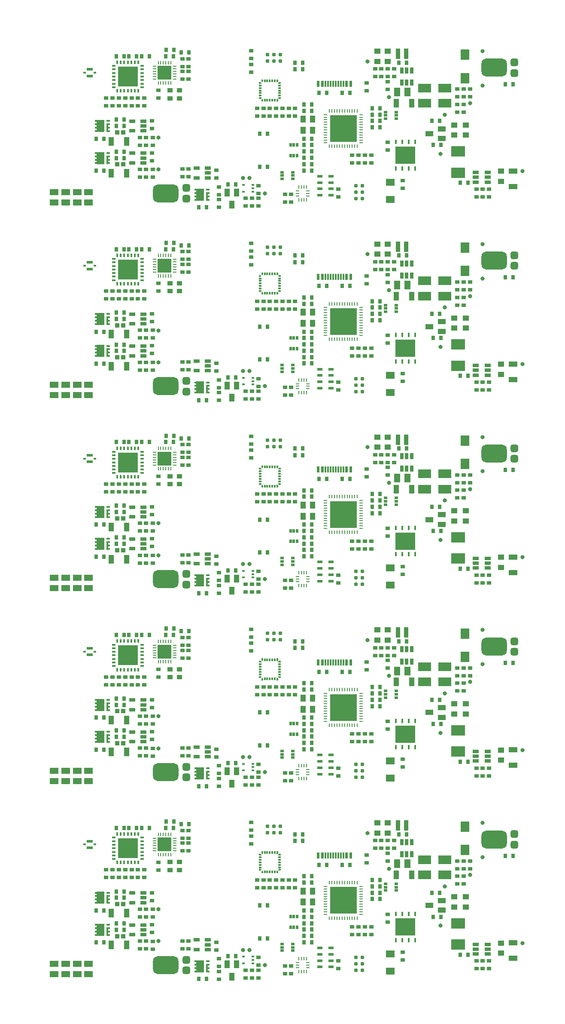
<source format=gtp>
G04*
G04 #@! TF.GenerationSoftware,Altium Limited,Altium Designer,22.1.2 (22)*
G04*
G04 Layer_Color=8421504*
%FSLAX44Y44*%
%MOMM*%
G71*
G04*
G04 #@! TF.SameCoordinates,E043F6CF-6A60-43DD-A528-41309D8B8766*
G04*
G04*
G04 #@! TF.FilePolarity,Positive*
G04*
G01*
G75*
%ADD10C,0.1000*%
%ADD13R,0.8890X0.6350*%
%ADD14R,0.6350X0.8890*%
%ADD15R,0.5000X0.8000*%
%ADD16C,0.7870*%
%ADD17R,0.8500X2.0000*%
%ADD18R,0.7000X1.2000*%
%ADD19R,1.1000X1.4000*%
%ADD20R,1.2500X1.0000*%
G04:AMPARAMS|DCode=21|XSize=5mm|YSize=3.5mm|CornerRadius=0.875mm|HoleSize=0mm|Usage=FLASHONLY|Rotation=180.000|XOffset=0mm|YOffset=0mm|HoleType=Round|Shape=RoundedRectangle|*
%AMROUNDEDRECTD21*
21,1,5.0000,1.7500,0,0,180.0*
21,1,3.2500,3.5000,0,0,180.0*
1,1,1.7500,-1.6250,0.8750*
1,1,1.7500,1.6250,0.8750*
1,1,1.7500,1.6250,-0.8750*
1,1,1.7500,-1.6250,-0.8750*
%
%ADD21ROUNDEDRECTD21*%
G04:AMPARAMS|DCode=22|XSize=1.5mm|YSize=1.5mm|CornerRadius=0.375mm|HoleSize=0mm|Usage=FLASHONLY|Rotation=180.000|XOffset=0mm|YOffset=0mm|HoleType=Round|Shape=RoundedRectangle|*
%AMROUNDEDRECTD22*
21,1,1.5000,0.7500,0,0,180.0*
21,1,0.7500,1.5000,0,0,180.0*
1,1,0.7500,-0.3750,0.3750*
1,1,0.7500,0.3750,0.3750*
1,1,0.7500,0.3750,-0.3750*
1,1,0.7500,-0.3750,-0.3750*
%
%ADD22ROUNDEDRECTD22*%
%ADD23C,0.8000*%
%ADD24R,1.0160X1.7780*%
%ADD25R,0.8000X0.5000*%
%ADD26R,1.7780X1.0160*%
%ADD27R,1.5000X1.0000*%
%ADD28R,1.8000X2.0000*%
%ADD29R,0.3000X0.3500*%
%ADD30R,0.3000X0.5500*%
%ADD31R,0.3500X0.3000*%
%ADD32R,0.5500X0.3000*%
%ADD33R,1.2000X0.7000*%
%ADD34R,0.2500X0.6750*%
%ADD35R,0.6750X0.2500*%
%ADD36R,1.2500X0.5500*%
%ADD37R,0.5500X0.3500*%
%ADD38R,1.0000X0.9000*%
%ADD39R,0.6000X0.4200*%
%ADD40R,2.5000X1.7000*%
%ADD41R,1.7000X1.4000*%
%ADD42R,1.0000X1.5000*%
%ADD43R,5.3000X5.3000*%
%ADD44O,0.2500X0.8000*%
%ADD45O,0.8000X0.2500*%
%ADD48R,0.3000X1.2500*%
%ADD49R,0.6000X1.2500*%
%ADD50R,0.8000X0.3500*%
%ADD51R,0.4500X1.6800*%
%ADD52R,1.5500X2.3600*%
%ADD53R,1.6510X1.1430*%
%ADD54R,0.9000X0.9000*%
%ADD55O,0.2200X0.7000*%
%ADD56O,0.7000X0.2200*%
%ADD57R,2.6800X2.6800*%
%ADD58R,3.8750X3.8750*%
%ADD59R,0.7000X0.4000*%
%ADD60R,0.4000X0.7000*%
%ADD61R,4.0000X3.4000*%
%ADD62R,0.4500X0.9000*%
%ADD63R,2.7900X2.0000*%
%ADD64R,1.1430X1.6510*%
%ADD65R,1.1000X0.6000*%
G36*
X541500Y1827750D02*
X540000Y1826250D01*
X538500D01*
Y1830000D01*
X541500D01*
Y1827750D01*
D02*
G37*
G36*
X511500Y1826250D02*
X510000D01*
X508500Y1827750D01*
Y1830000D01*
X511500D01*
Y1826250D01*
D02*
G37*
G36*
X545000Y1823500D02*
X541250D01*
Y1825000D01*
X542750Y1826500D01*
X545000D01*
Y1823500D01*
D02*
G37*
G36*
X508750Y1825000D02*
Y1823500D01*
X505000D01*
Y1826500D01*
X507250D01*
X508750Y1825000D01*
D02*
G37*
G36*
X545000Y1793500D02*
X542750D01*
X541250Y1795000D01*
Y1796500D01*
X545000D01*
Y1793500D01*
D02*
G37*
G36*
X508750Y1795000D02*
X507250Y1793500D01*
X505000D01*
Y1796500D01*
X508750D01*
Y1795000D01*
D02*
G37*
G36*
X541500Y1792250D02*
Y1790000D01*
X538500D01*
Y1793750D01*
X540000D01*
X541500Y1792250D01*
D02*
G37*
G36*
X511500Y1790000D02*
X508500D01*
Y1792250D01*
X510000Y1793750D01*
X511500D01*
Y1790000D01*
D02*
G37*
G36*
X541500Y1447750D02*
X540000Y1446250D01*
X538500D01*
Y1450000D01*
X541500D01*
Y1447750D01*
D02*
G37*
G36*
X511500Y1446250D02*
X510000D01*
X508500Y1447750D01*
Y1450000D01*
X511500D01*
Y1446250D01*
D02*
G37*
G36*
X545000Y1443500D02*
X541250D01*
Y1445000D01*
X542750Y1446500D01*
X545000D01*
Y1443500D01*
D02*
G37*
G36*
X508750Y1445000D02*
Y1443500D01*
X505000D01*
Y1446500D01*
X507250D01*
X508750Y1445000D01*
D02*
G37*
G36*
X545000Y1413500D02*
X542750D01*
X541250Y1415000D01*
Y1416500D01*
X545000D01*
Y1413500D01*
D02*
G37*
G36*
X508750Y1415000D02*
X507250Y1413500D01*
X505000D01*
Y1416500D01*
X508750D01*
Y1415000D01*
D02*
G37*
G36*
X541500Y1412250D02*
Y1410000D01*
X538500D01*
Y1413750D01*
X540000D01*
X541500Y1412250D01*
D02*
G37*
G36*
X511500Y1410000D02*
X508500D01*
Y1412250D01*
X510000Y1413750D01*
X511500D01*
Y1410000D01*
D02*
G37*
G36*
X541500Y1067750D02*
X540000Y1066250D01*
X538500D01*
Y1070000D01*
X541500D01*
Y1067750D01*
D02*
G37*
G36*
X511500Y1066250D02*
X510000D01*
X508500Y1067750D01*
Y1070000D01*
X511500D01*
Y1066250D01*
D02*
G37*
G36*
X545000Y1063500D02*
X541250D01*
Y1065000D01*
X542750Y1066500D01*
X545000D01*
Y1063500D01*
D02*
G37*
G36*
X508750Y1065000D02*
Y1063500D01*
X505000D01*
Y1066500D01*
X507250D01*
X508750Y1065000D01*
D02*
G37*
G36*
X545000Y1033500D02*
X542750D01*
X541250Y1035000D01*
Y1036500D01*
X545000D01*
Y1033500D01*
D02*
G37*
G36*
X508750Y1035000D02*
X507250Y1033500D01*
X505000D01*
Y1036500D01*
X508750D01*
Y1035000D01*
D02*
G37*
G36*
X541500Y1032250D02*
Y1030000D01*
X538500D01*
Y1033750D01*
X540000D01*
X541500Y1032250D01*
D02*
G37*
G36*
X511500Y1030000D02*
X508500D01*
Y1032250D01*
X510000Y1033750D01*
X511500D01*
Y1030000D01*
D02*
G37*
G36*
X541500Y687750D02*
X540000Y686250D01*
X538500D01*
Y690000D01*
X541500D01*
Y687750D01*
D02*
G37*
G36*
X511500Y686250D02*
X510000D01*
X508500Y687750D01*
Y690000D01*
X511500D01*
Y686250D01*
D02*
G37*
G36*
X545000Y683500D02*
X541250D01*
Y685000D01*
X542750Y686500D01*
X545000D01*
Y683500D01*
D02*
G37*
G36*
X508750Y685000D02*
Y683500D01*
X505000D01*
Y686500D01*
X507250D01*
X508750Y685000D01*
D02*
G37*
G36*
X545000Y653500D02*
X542750D01*
X541250Y655000D01*
Y656500D01*
X545000D01*
Y653500D01*
D02*
G37*
G36*
X508750Y655000D02*
X507250Y653500D01*
X505000D01*
Y656500D01*
X508750D01*
Y655000D01*
D02*
G37*
G36*
X541500Y652250D02*
Y650000D01*
X538500D01*
Y653750D01*
X540000D01*
X541500Y652250D01*
D02*
G37*
G36*
X511500Y650000D02*
X508500D01*
Y652250D01*
X510000Y653750D01*
X511500D01*
Y650000D01*
D02*
G37*
G36*
X541500Y307750D02*
X540000Y306250D01*
X538500D01*
Y310000D01*
X541500D01*
Y307750D01*
D02*
G37*
G36*
X511500Y306250D02*
X510000D01*
X508500Y307750D01*
Y310000D01*
X511500D01*
Y306250D01*
D02*
G37*
G36*
X545000Y303500D02*
X541250D01*
Y305000D01*
X542750Y306500D01*
X545000D01*
Y303500D01*
D02*
G37*
G36*
X508750Y305000D02*
Y303500D01*
X505000D01*
Y306500D01*
X507250D01*
X508750Y305000D01*
D02*
G37*
G36*
X545000Y273500D02*
X542750D01*
X541250Y275000D01*
Y276500D01*
X545000D01*
Y273500D01*
D02*
G37*
G36*
X508750Y275000D02*
X507250Y273500D01*
X505000D01*
Y276500D01*
X508750D01*
Y275000D01*
D02*
G37*
G36*
X541500Y272250D02*
Y270000D01*
X538500D01*
Y273750D01*
X540000D01*
X541500Y272250D01*
D02*
G37*
G36*
X511500Y270000D02*
X508500D01*
Y272250D01*
X510000Y273750D01*
X511500D01*
Y270000D01*
D02*
G37*
D10*
X20000Y1940000D02*
D03*
X1080000D02*
D03*
Y20000D02*
D03*
X20000D02*
D03*
D13*
X294000Y134240D02*
D03*
Y119000D02*
D03*
Y197620D02*
D03*
Y182380D02*
D03*
X907500Y277380D02*
D03*
Y292620D02*
D03*
X562500Y239880D02*
D03*
Y255120D02*
D03*
X575000Y239880D02*
D03*
Y255120D02*
D03*
X269000Y119380D02*
D03*
Y134620D02*
D03*
X281000D02*
D03*
Y119380D02*
D03*
X269000Y182380D02*
D03*
Y197620D02*
D03*
X281000D02*
D03*
Y182380D02*
D03*
X365000Y337380D02*
D03*
Y352620D02*
D03*
X500000Y255120D02*
D03*
Y239880D02*
D03*
X240000Y275120D02*
D03*
Y259880D02*
D03*
X227500Y275120D02*
D03*
Y259880D02*
D03*
X716000Y289380D02*
D03*
Y304620D02*
D03*
X502500Y62380D02*
D03*
Y77620D02*
D03*
Y87380D02*
D03*
Y102620D02*
D03*
X895000Y292620D02*
D03*
Y277380D02*
D03*
X700000Y162620D02*
D03*
Y147380D02*
D03*
X907500Y262620D02*
D03*
Y247380D02*
D03*
X895000D02*
D03*
Y262620D02*
D03*
X525000Y239880D02*
D03*
Y255120D02*
D03*
X488000Y326380D02*
D03*
Y341620D02*
D03*
X490000Y77620D02*
D03*
Y62380D02*
D03*
X425000Y100120D02*
D03*
Y84880D02*
D03*
Y59880D02*
D03*
Y75120D02*
D03*
X292500Y167120D02*
D03*
Y151880D02*
D03*
Y230120D02*
D03*
Y214880D02*
D03*
X757500Y307620D02*
D03*
Y292380D02*
D03*
X770000Y332620D02*
D03*
Y317380D02*
D03*
X957000Y95620D02*
D03*
Y80380D02*
D03*
X920000Y277380D02*
D03*
Y292620D02*
D03*
X933000Y80380D02*
D03*
Y95620D02*
D03*
X787500Y112620D02*
D03*
Y97380D02*
D03*
X712500Y162620D02*
D03*
Y147380D02*
D03*
X745000Y332620D02*
D03*
Y317380D02*
D03*
X733000Y332620D02*
D03*
Y317380D02*
D03*
X488000Y353380D02*
D03*
Y368620D02*
D03*
X352500Y119880D02*
D03*
Y135120D02*
D03*
X550000Y239880D02*
D03*
Y255120D02*
D03*
X757500Y332620D02*
D03*
Y317380D02*
D03*
X945000Y80380D02*
D03*
Y95620D02*
D03*
X757500Y187620D02*
D03*
Y172380D02*
D03*
X512500Y255120D02*
D03*
Y239880D02*
D03*
X305000Y290120D02*
D03*
Y274880D02*
D03*
X352500Y337380D02*
D03*
Y352620D02*
D03*
Y327620D02*
D03*
Y312380D02*
D03*
X477500Y77620D02*
D03*
Y62380D02*
D03*
X687500Y162620D02*
D03*
Y147380D02*
D03*
X725000D02*
D03*
Y162620D02*
D03*
X567000Y70380D02*
D03*
Y85620D02*
D03*
X555000D02*
D03*
Y70380D02*
D03*
X365000Y327620D02*
D03*
Y312380D02*
D03*
Y119880D02*
D03*
Y135120D02*
D03*
X265000Y275120D02*
D03*
Y259880D02*
D03*
X215000Y275120D02*
D03*
Y259880D02*
D03*
X252500Y275120D02*
D03*
Y259880D02*
D03*
X537500Y255120D02*
D03*
Y239880D02*
D03*
X277500Y275120D02*
D03*
Y259880D02*
D03*
X420000Y117380D02*
D03*
Y132620D02*
D03*
X660000Y80380D02*
D03*
Y95620D02*
D03*
X202500Y275120D02*
D03*
Y259880D02*
D03*
X294000Y514240D02*
D03*
Y499000D02*
D03*
Y577620D02*
D03*
Y562380D02*
D03*
X907500Y657380D02*
D03*
Y672620D02*
D03*
X562500Y619880D02*
D03*
Y635120D02*
D03*
X575000Y619880D02*
D03*
Y635120D02*
D03*
X269000Y499380D02*
D03*
Y514620D02*
D03*
X281000D02*
D03*
Y499380D02*
D03*
X269000Y562380D02*
D03*
Y577620D02*
D03*
X281000D02*
D03*
Y562380D02*
D03*
X365000Y717380D02*
D03*
Y732620D02*
D03*
X500000Y635120D02*
D03*
Y619880D02*
D03*
X240000Y655120D02*
D03*
Y639880D02*
D03*
X227500Y655120D02*
D03*
Y639880D02*
D03*
X716000Y669380D02*
D03*
Y684620D02*
D03*
X502500Y442380D02*
D03*
Y457620D02*
D03*
Y467380D02*
D03*
Y482620D02*
D03*
X895000Y672620D02*
D03*
Y657380D02*
D03*
X700000Y542620D02*
D03*
Y527380D02*
D03*
X907500Y642620D02*
D03*
Y627380D02*
D03*
X895000D02*
D03*
Y642620D02*
D03*
X525000Y619880D02*
D03*
Y635120D02*
D03*
X488000Y706380D02*
D03*
Y721620D02*
D03*
X490000Y457620D02*
D03*
Y442380D02*
D03*
X425000Y480120D02*
D03*
Y464880D02*
D03*
Y439880D02*
D03*
Y455120D02*
D03*
X292500Y547120D02*
D03*
Y531880D02*
D03*
Y610120D02*
D03*
Y594880D02*
D03*
X757500Y687620D02*
D03*
Y672380D02*
D03*
X770000Y712620D02*
D03*
Y697380D02*
D03*
X957000Y475620D02*
D03*
Y460380D02*
D03*
X920000Y657380D02*
D03*
Y672620D02*
D03*
X933000Y460380D02*
D03*
Y475620D02*
D03*
X787500Y492620D02*
D03*
Y477380D02*
D03*
X712500Y542620D02*
D03*
Y527380D02*
D03*
X745000Y712620D02*
D03*
Y697380D02*
D03*
X733000Y712620D02*
D03*
Y697380D02*
D03*
X488000Y733380D02*
D03*
Y748620D02*
D03*
X352500Y499880D02*
D03*
Y515120D02*
D03*
X550000Y619880D02*
D03*
Y635120D02*
D03*
X757500Y712620D02*
D03*
Y697380D02*
D03*
X945000Y460380D02*
D03*
Y475620D02*
D03*
X757500Y567620D02*
D03*
Y552380D02*
D03*
X512500Y635120D02*
D03*
Y619880D02*
D03*
X305000Y670120D02*
D03*
Y654880D02*
D03*
X352500Y717380D02*
D03*
Y732620D02*
D03*
Y707620D02*
D03*
Y692380D02*
D03*
X477500Y457620D02*
D03*
Y442380D02*
D03*
X687500Y542620D02*
D03*
Y527380D02*
D03*
X725000D02*
D03*
Y542620D02*
D03*
X567000Y450380D02*
D03*
Y465620D02*
D03*
X555000D02*
D03*
Y450380D02*
D03*
X365000Y707620D02*
D03*
Y692380D02*
D03*
Y499880D02*
D03*
Y515120D02*
D03*
X265000Y655120D02*
D03*
Y639880D02*
D03*
X215000Y655120D02*
D03*
Y639880D02*
D03*
X252500Y655120D02*
D03*
Y639880D02*
D03*
X537500Y635120D02*
D03*
Y619880D02*
D03*
X277500Y655120D02*
D03*
Y639880D02*
D03*
X420000Y497380D02*
D03*
Y512620D02*
D03*
X660000Y460380D02*
D03*
Y475620D02*
D03*
X202500Y655120D02*
D03*
Y639880D02*
D03*
X294000Y894240D02*
D03*
Y879000D02*
D03*
Y957620D02*
D03*
Y942380D02*
D03*
X907500Y1037380D02*
D03*
Y1052620D02*
D03*
X562500Y999880D02*
D03*
Y1015120D02*
D03*
X575000Y999880D02*
D03*
Y1015120D02*
D03*
X269000Y879380D02*
D03*
Y894620D02*
D03*
X281000D02*
D03*
Y879380D02*
D03*
X269000Y942380D02*
D03*
Y957620D02*
D03*
X281000D02*
D03*
Y942380D02*
D03*
X365000Y1097380D02*
D03*
Y1112620D02*
D03*
X500000Y1015120D02*
D03*
Y999880D02*
D03*
X240000Y1035120D02*
D03*
Y1019880D02*
D03*
X227500Y1035120D02*
D03*
Y1019880D02*
D03*
X716000Y1049380D02*
D03*
Y1064620D02*
D03*
X502500Y822380D02*
D03*
Y837620D02*
D03*
Y847380D02*
D03*
Y862620D02*
D03*
X895000Y1052620D02*
D03*
Y1037380D02*
D03*
X700000Y922620D02*
D03*
Y907380D02*
D03*
X907500Y1022620D02*
D03*
Y1007380D02*
D03*
X895000D02*
D03*
Y1022620D02*
D03*
X525000Y999880D02*
D03*
Y1015120D02*
D03*
X488000Y1086380D02*
D03*
Y1101620D02*
D03*
X490000Y837620D02*
D03*
Y822380D02*
D03*
X425000Y860120D02*
D03*
Y844880D02*
D03*
Y819880D02*
D03*
Y835120D02*
D03*
X292500Y927120D02*
D03*
Y911880D02*
D03*
Y990120D02*
D03*
Y974880D02*
D03*
X757500Y1067620D02*
D03*
Y1052380D02*
D03*
X770000Y1092620D02*
D03*
Y1077380D02*
D03*
X957000Y855620D02*
D03*
Y840380D02*
D03*
X920000Y1037380D02*
D03*
Y1052620D02*
D03*
X933000Y840380D02*
D03*
Y855620D02*
D03*
X787500Y872620D02*
D03*
Y857380D02*
D03*
X712500Y922620D02*
D03*
Y907380D02*
D03*
X745000Y1092620D02*
D03*
Y1077380D02*
D03*
X733000Y1092620D02*
D03*
Y1077380D02*
D03*
X488000Y1113380D02*
D03*
Y1128620D02*
D03*
X352500Y879880D02*
D03*
Y895120D02*
D03*
X550000Y999880D02*
D03*
Y1015120D02*
D03*
X757500Y1092620D02*
D03*
Y1077380D02*
D03*
X945000Y840380D02*
D03*
Y855620D02*
D03*
X757500Y947620D02*
D03*
Y932380D02*
D03*
X512500Y1015120D02*
D03*
Y999880D02*
D03*
X305000Y1050120D02*
D03*
Y1034880D02*
D03*
X352500Y1097380D02*
D03*
Y1112620D02*
D03*
Y1087620D02*
D03*
Y1072380D02*
D03*
X477500Y837620D02*
D03*
Y822380D02*
D03*
X687500Y922620D02*
D03*
Y907380D02*
D03*
X725000D02*
D03*
Y922620D02*
D03*
X567000Y830380D02*
D03*
Y845620D02*
D03*
X555000D02*
D03*
Y830380D02*
D03*
X365000Y1087620D02*
D03*
Y1072380D02*
D03*
Y879880D02*
D03*
Y895120D02*
D03*
X265000Y1035120D02*
D03*
Y1019880D02*
D03*
X215000Y1035120D02*
D03*
Y1019880D02*
D03*
X252500Y1035120D02*
D03*
Y1019880D02*
D03*
X537500Y1015120D02*
D03*
Y999880D02*
D03*
X277500Y1035120D02*
D03*
Y1019880D02*
D03*
X420000Y877380D02*
D03*
Y892620D02*
D03*
X660000Y840380D02*
D03*
Y855620D02*
D03*
X202500Y1035120D02*
D03*
Y1019880D02*
D03*
X294000Y1274240D02*
D03*
Y1259000D02*
D03*
Y1337620D02*
D03*
Y1322380D02*
D03*
X907500Y1417380D02*
D03*
Y1432620D02*
D03*
X562500Y1379880D02*
D03*
Y1395120D02*
D03*
X575000Y1379880D02*
D03*
Y1395120D02*
D03*
X269000Y1259380D02*
D03*
Y1274620D02*
D03*
X281000D02*
D03*
Y1259380D02*
D03*
X269000Y1322380D02*
D03*
Y1337620D02*
D03*
X281000D02*
D03*
Y1322380D02*
D03*
X365000Y1477380D02*
D03*
Y1492620D02*
D03*
X500000Y1395120D02*
D03*
Y1379880D02*
D03*
X240000Y1415120D02*
D03*
Y1399880D02*
D03*
X227500Y1415120D02*
D03*
Y1399880D02*
D03*
X716000Y1429380D02*
D03*
Y1444620D02*
D03*
X502500Y1202380D02*
D03*
Y1217620D02*
D03*
Y1227380D02*
D03*
Y1242620D02*
D03*
X895000Y1432620D02*
D03*
Y1417380D02*
D03*
X700000Y1302620D02*
D03*
Y1287380D02*
D03*
X907500Y1402620D02*
D03*
Y1387380D02*
D03*
X895000D02*
D03*
Y1402620D02*
D03*
X525000Y1379880D02*
D03*
Y1395120D02*
D03*
X488000Y1466380D02*
D03*
Y1481620D02*
D03*
X490000Y1217620D02*
D03*
Y1202380D02*
D03*
X425000Y1240120D02*
D03*
Y1224880D02*
D03*
Y1199880D02*
D03*
Y1215120D02*
D03*
X292500Y1307120D02*
D03*
Y1291880D02*
D03*
Y1370120D02*
D03*
Y1354880D02*
D03*
X757500Y1447620D02*
D03*
Y1432380D02*
D03*
X770000Y1472620D02*
D03*
Y1457380D02*
D03*
X957000Y1235620D02*
D03*
Y1220380D02*
D03*
X920000Y1417380D02*
D03*
Y1432620D02*
D03*
X933000Y1220380D02*
D03*
Y1235620D02*
D03*
X787500Y1252620D02*
D03*
Y1237380D02*
D03*
X712500Y1302620D02*
D03*
Y1287380D02*
D03*
X745000Y1472620D02*
D03*
Y1457380D02*
D03*
X733000Y1472620D02*
D03*
Y1457380D02*
D03*
X488000Y1493380D02*
D03*
Y1508620D02*
D03*
X352500Y1259880D02*
D03*
Y1275120D02*
D03*
X550000Y1379880D02*
D03*
Y1395120D02*
D03*
X757500Y1472620D02*
D03*
Y1457380D02*
D03*
X945000Y1220380D02*
D03*
Y1235620D02*
D03*
X757500Y1327620D02*
D03*
Y1312380D02*
D03*
X512500Y1395120D02*
D03*
Y1379880D02*
D03*
X305000Y1430120D02*
D03*
Y1414880D02*
D03*
X352500Y1477380D02*
D03*
Y1492620D02*
D03*
Y1467620D02*
D03*
Y1452380D02*
D03*
X477500Y1217620D02*
D03*
Y1202380D02*
D03*
X687500Y1302620D02*
D03*
Y1287380D02*
D03*
X725000D02*
D03*
Y1302620D02*
D03*
X567000Y1210380D02*
D03*
Y1225620D02*
D03*
X555000D02*
D03*
Y1210380D02*
D03*
X365000Y1467620D02*
D03*
Y1452380D02*
D03*
Y1259880D02*
D03*
Y1275120D02*
D03*
X265000Y1415120D02*
D03*
Y1399880D02*
D03*
X215000Y1415120D02*
D03*
Y1399880D02*
D03*
X252500Y1415120D02*
D03*
Y1399880D02*
D03*
X537500Y1395120D02*
D03*
Y1379880D02*
D03*
X277500Y1415120D02*
D03*
Y1399880D02*
D03*
X420000Y1257380D02*
D03*
Y1272620D02*
D03*
X660000Y1220380D02*
D03*
Y1235620D02*
D03*
X202500Y1415120D02*
D03*
Y1399880D02*
D03*
X294000Y1654240D02*
D03*
Y1639000D02*
D03*
Y1717620D02*
D03*
Y1702380D02*
D03*
X907500Y1797380D02*
D03*
Y1812620D02*
D03*
X562500Y1759880D02*
D03*
Y1775120D02*
D03*
X575000Y1759880D02*
D03*
Y1775120D02*
D03*
X269000Y1639380D02*
D03*
Y1654620D02*
D03*
X281000D02*
D03*
Y1639380D02*
D03*
X269000Y1702380D02*
D03*
Y1717620D02*
D03*
X281000D02*
D03*
Y1702380D02*
D03*
X365000Y1857380D02*
D03*
Y1872620D02*
D03*
X500000Y1775120D02*
D03*
Y1759880D02*
D03*
X240000Y1795120D02*
D03*
Y1779880D02*
D03*
X227500Y1795120D02*
D03*
Y1779880D02*
D03*
X716000Y1809380D02*
D03*
Y1824620D02*
D03*
X502500Y1582380D02*
D03*
Y1597620D02*
D03*
Y1607380D02*
D03*
Y1622620D02*
D03*
X895000Y1812620D02*
D03*
Y1797380D02*
D03*
X700000Y1682620D02*
D03*
Y1667380D02*
D03*
X907500Y1782620D02*
D03*
Y1767380D02*
D03*
X895000D02*
D03*
Y1782620D02*
D03*
X525000Y1759880D02*
D03*
Y1775120D02*
D03*
X488000Y1846380D02*
D03*
Y1861620D02*
D03*
X490000Y1597620D02*
D03*
Y1582380D02*
D03*
X425000Y1620120D02*
D03*
Y1604880D02*
D03*
Y1579880D02*
D03*
Y1595120D02*
D03*
X292500Y1687120D02*
D03*
Y1671880D02*
D03*
Y1750120D02*
D03*
Y1734880D02*
D03*
X757500Y1827620D02*
D03*
Y1812380D02*
D03*
X770000Y1852620D02*
D03*
Y1837380D02*
D03*
X957000Y1615620D02*
D03*
Y1600380D02*
D03*
X920000Y1797380D02*
D03*
Y1812620D02*
D03*
X933000Y1600380D02*
D03*
Y1615620D02*
D03*
X787500Y1632620D02*
D03*
Y1617380D02*
D03*
X712500Y1682620D02*
D03*
Y1667380D02*
D03*
X745000Y1852620D02*
D03*
Y1837380D02*
D03*
X733000Y1852620D02*
D03*
Y1837380D02*
D03*
X488000Y1873380D02*
D03*
Y1888620D02*
D03*
X352500Y1639880D02*
D03*
Y1655120D02*
D03*
X550000Y1759880D02*
D03*
Y1775120D02*
D03*
X757500Y1852620D02*
D03*
Y1837380D02*
D03*
X945000Y1600380D02*
D03*
Y1615620D02*
D03*
X757500Y1707620D02*
D03*
Y1692380D02*
D03*
X512500Y1775120D02*
D03*
Y1759880D02*
D03*
X305000Y1810120D02*
D03*
Y1794880D02*
D03*
X352500Y1857380D02*
D03*
Y1872620D02*
D03*
Y1847620D02*
D03*
Y1832380D02*
D03*
X477500Y1597620D02*
D03*
Y1582380D02*
D03*
X687500Y1682620D02*
D03*
Y1667380D02*
D03*
X725000D02*
D03*
Y1682620D02*
D03*
X567000Y1590380D02*
D03*
Y1605620D02*
D03*
X555000D02*
D03*
Y1590380D02*
D03*
X365000Y1847620D02*
D03*
Y1832380D02*
D03*
Y1639880D02*
D03*
Y1655120D02*
D03*
X265000Y1795120D02*
D03*
Y1779880D02*
D03*
X215000Y1795120D02*
D03*
Y1779880D02*
D03*
X252500Y1795120D02*
D03*
Y1779880D02*
D03*
X537500Y1775120D02*
D03*
Y1759880D02*
D03*
X277500Y1795120D02*
D03*
Y1779880D02*
D03*
X420000Y1637380D02*
D03*
Y1652620D02*
D03*
X660000Y1600380D02*
D03*
Y1615620D02*
D03*
X202500Y1795120D02*
D03*
Y1779880D02*
D03*
D14*
X1005120Y302500D02*
D03*
X989880D02*
D03*
X520120Y205000D02*
D03*
X504880D02*
D03*
X727380Y217500D02*
D03*
X742620D02*
D03*
X727380Y230000D02*
D03*
X742620D02*
D03*
X592380Y145000D02*
D03*
X607620D02*
D03*
X592380Y157500D02*
D03*
X607620D02*
D03*
X592380Y132500D02*
D03*
X607620D02*
D03*
X320380Y370000D02*
D03*
X335620D02*
D03*
X795120Y345000D02*
D03*
X779880D02*
D03*
X350380Y365000D02*
D03*
X365620D02*
D03*
X400120Y60000D02*
D03*
X384880D02*
D03*
X900380Y108000D02*
D03*
X915620D02*
D03*
X844880Y230000D02*
D03*
X860120D02*
D03*
X847500Y182500D02*
D03*
X862740D02*
D03*
X667380Y285000D02*
D03*
X682620D02*
D03*
X637620D02*
D03*
X622380D02*
D03*
X457620Y105000D02*
D03*
X442380D02*
D03*
X222380Y169500D02*
D03*
X237620D02*
D03*
X222380Y232500D02*
D03*
X237620D02*
D03*
Y157000D02*
D03*
X222380D02*
D03*
X237620Y220000D02*
D03*
X222380D02*
D03*
X182380Y132000D02*
D03*
X197620D02*
D03*
X182380Y195000D02*
D03*
X197620D02*
D03*
X574380Y332000D02*
D03*
X589620D02*
D03*
X574380Y345000D02*
D03*
X589620D02*
D03*
X320000Y357500D02*
D03*
X335240D02*
D03*
X520120Y140000D02*
D03*
X504880D02*
D03*
X607620Y195000D02*
D03*
X592380D02*
D03*
Y250000D02*
D03*
X607620D02*
D03*
Y262500D02*
D03*
X592380D02*
D03*
X727380Y255000D02*
D03*
X742620D02*
D03*
X727380Y242500D02*
D03*
X742620D02*
D03*
X607620Y170000D02*
D03*
X592380D02*
D03*
X607620Y182500D02*
D03*
X592380D02*
D03*
X262620Y357500D02*
D03*
X247380D02*
D03*
X272380D02*
D03*
X287620D02*
D03*
X222380D02*
D03*
X237620D02*
D03*
X1005120Y682500D02*
D03*
X989880D02*
D03*
X520120Y585000D02*
D03*
X504880D02*
D03*
X727380Y597500D02*
D03*
X742620D02*
D03*
X727380Y610000D02*
D03*
X742620D02*
D03*
X592380Y525000D02*
D03*
X607620D02*
D03*
X592380Y537500D02*
D03*
X607620D02*
D03*
X592380Y512500D02*
D03*
X607620D02*
D03*
X320380Y750000D02*
D03*
X335620D02*
D03*
X795120Y725000D02*
D03*
X779880D02*
D03*
X350380Y745000D02*
D03*
X365620D02*
D03*
X400120Y440000D02*
D03*
X384880D02*
D03*
X900380Y488000D02*
D03*
X915620D02*
D03*
X844880Y610000D02*
D03*
X860120D02*
D03*
X847500Y562500D02*
D03*
X862740D02*
D03*
X667380Y665000D02*
D03*
X682620D02*
D03*
X637620D02*
D03*
X622380D02*
D03*
X457620Y485000D02*
D03*
X442380D02*
D03*
X222380Y549500D02*
D03*
X237620D02*
D03*
X222380Y612500D02*
D03*
X237620D02*
D03*
Y537000D02*
D03*
X222380D02*
D03*
X237620Y600000D02*
D03*
X222380D02*
D03*
X182380Y512000D02*
D03*
X197620D02*
D03*
X182380Y575000D02*
D03*
X197620D02*
D03*
X574380Y712000D02*
D03*
X589620D02*
D03*
X574380Y725000D02*
D03*
X589620D02*
D03*
X320000Y737500D02*
D03*
X335240D02*
D03*
X520120Y520000D02*
D03*
X504880D02*
D03*
X607620Y575000D02*
D03*
X592380D02*
D03*
Y630000D02*
D03*
X607620D02*
D03*
Y642500D02*
D03*
X592380D02*
D03*
X727380Y635000D02*
D03*
X742620D02*
D03*
X727380Y622500D02*
D03*
X742620D02*
D03*
X607620Y550000D02*
D03*
X592380D02*
D03*
X607620Y562500D02*
D03*
X592380D02*
D03*
X262620Y737500D02*
D03*
X247380D02*
D03*
X272380D02*
D03*
X287620D02*
D03*
X222380D02*
D03*
X237620D02*
D03*
X1005120Y1062500D02*
D03*
X989880D02*
D03*
X520120Y965000D02*
D03*
X504880D02*
D03*
X727380Y977500D02*
D03*
X742620D02*
D03*
X727380Y990000D02*
D03*
X742620D02*
D03*
X592380Y905000D02*
D03*
X607620D02*
D03*
X592380Y917500D02*
D03*
X607620D02*
D03*
X592380Y892500D02*
D03*
X607620D02*
D03*
X320380Y1130000D02*
D03*
X335620D02*
D03*
X795120Y1105000D02*
D03*
X779880D02*
D03*
X350380Y1125000D02*
D03*
X365620D02*
D03*
X400120Y820000D02*
D03*
X384880D02*
D03*
X900380Y868000D02*
D03*
X915620D02*
D03*
X844880Y990000D02*
D03*
X860120D02*
D03*
X847500Y942500D02*
D03*
X862740D02*
D03*
X667380Y1045000D02*
D03*
X682620D02*
D03*
X637620D02*
D03*
X622380D02*
D03*
X457620Y865000D02*
D03*
X442380D02*
D03*
X222380Y929500D02*
D03*
X237620D02*
D03*
X222380Y992500D02*
D03*
X237620D02*
D03*
Y917000D02*
D03*
X222380D02*
D03*
X237620Y980000D02*
D03*
X222380D02*
D03*
X182380Y892000D02*
D03*
X197620D02*
D03*
X182380Y955000D02*
D03*
X197620D02*
D03*
X574380Y1092000D02*
D03*
X589620D02*
D03*
X574380Y1105000D02*
D03*
X589620D02*
D03*
X320000Y1117500D02*
D03*
X335240D02*
D03*
X520120Y900000D02*
D03*
X504880D02*
D03*
X607620Y955000D02*
D03*
X592380D02*
D03*
Y1010000D02*
D03*
X607620D02*
D03*
Y1022500D02*
D03*
X592380D02*
D03*
X727380Y1015000D02*
D03*
X742620D02*
D03*
X727380Y1002500D02*
D03*
X742620D02*
D03*
X607620Y930000D02*
D03*
X592380D02*
D03*
X607620Y942500D02*
D03*
X592380D02*
D03*
X262620Y1117500D02*
D03*
X247380D02*
D03*
X272380D02*
D03*
X287620D02*
D03*
X222380D02*
D03*
X237620D02*
D03*
X1005120Y1442500D02*
D03*
X989880D02*
D03*
X520120Y1345000D02*
D03*
X504880D02*
D03*
X727380Y1357500D02*
D03*
X742620D02*
D03*
X727380Y1370000D02*
D03*
X742620D02*
D03*
X592380Y1285000D02*
D03*
X607620D02*
D03*
X592380Y1297500D02*
D03*
X607620D02*
D03*
X592380Y1272500D02*
D03*
X607620D02*
D03*
X320380Y1510000D02*
D03*
X335620D02*
D03*
X795120Y1485000D02*
D03*
X779880D02*
D03*
X350380Y1505000D02*
D03*
X365620D02*
D03*
X400120Y1200000D02*
D03*
X384880D02*
D03*
X900380Y1248000D02*
D03*
X915620D02*
D03*
X844880Y1370000D02*
D03*
X860120D02*
D03*
X847500Y1322500D02*
D03*
X862740D02*
D03*
X667380Y1425000D02*
D03*
X682620D02*
D03*
X637620D02*
D03*
X622380D02*
D03*
X457620Y1245000D02*
D03*
X442380D02*
D03*
X222380Y1309500D02*
D03*
X237620D02*
D03*
X222380Y1372500D02*
D03*
X237620D02*
D03*
Y1297000D02*
D03*
X222380D02*
D03*
X237620Y1360000D02*
D03*
X222380D02*
D03*
X182380Y1272000D02*
D03*
X197620D02*
D03*
X182380Y1335000D02*
D03*
X197620D02*
D03*
X574380Y1472000D02*
D03*
X589620D02*
D03*
X574380Y1485000D02*
D03*
X589620D02*
D03*
X320000Y1497500D02*
D03*
X335240D02*
D03*
X520120Y1280000D02*
D03*
X504880D02*
D03*
X607620Y1335000D02*
D03*
X592380D02*
D03*
Y1390000D02*
D03*
X607620D02*
D03*
Y1402500D02*
D03*
X592380D02*
D03*
X727380Y1395000D02*
D03*
X742620D02*
D03*
X727380Y1382500D02*
D03*
X742620D02*
D03*
X607620Y1310000D02*
D03*
X592380D02*
D03*
X607620Y1322500D02*
D03*
X592380D02*
D03*
X262620Y1497500D02*
D03*
X247380D02*
D03*
X272380D02*
D03*
X287620D02*
D03*
X222380D02*
D03*
X237620D02*
D03*
X1005120Y1822500D02*
D03*
X989880D02*
D03*
X520120Y1725000D02*
D03*
X504880D02*
D03*
X727380Y1737500D02*
D03*
X742620D02*
D03*
X727380Y1750000D02*
D03*
X742620D02*
D03*
X592380Y1665000D02*
D03*
X607620D02*
D03*
X592380Y1677500D02*
D03*
X607620D02*
D03*
X592380Y1652500D02*
D03*
X607620D02*
D03*
X320380Y1890000D02*
D03*
X335620D02*
D03*
X795120Y1865000D02*
D03*
X779880D02*
D03*
X350380Y1885000D02*
D03*
X365620D02*
D03*
X400120Y1580000D02*
D03*
X384880D02*
D03*
X900380Y1628000D02*
D03*
X915620D02*
D03*
X844880Y1750000D02*
D03*
X860120D02*
D03*
X847500Y1702500D02*
D03*
X862740D02*
D03*
X667380Y1805000D02*
D03*
X682620D02*
D03*
X637620D02*
D03*
X622380D02*
D03*
X457620Y1625000D02*
D03*
X442380D02*
D03*
X222380Y1689500D02*
D03*
X237620D02*
D03*
X222380Y1752500D02*
D03*
X237620D02*
D03*
Y1677000D02*
D03*
X222380D02*
D03*
X237620Y1740000D02*
D03*
X222380D02*
D03*
X182380Y1652000D02*
D03*
X197620D02*
D03*
X182380Y1715000D02*
D03*
X197620D02*
D03*
X574380Y1852000D02*
D03*
X589620D02*
D03*
X574380Y1865000D02*
D03*
X589620D02*
D03*
X320000Y1877500D02*
D03*
X335240D02*
D03*
X520120Y1660000D02*
D03*
X504880D02*
D03*
X607620Y1715000D02*
D03*
X592380D02*
D03*
Y1770000D02*
D03*
X607620D02*
D03*
Y1782500D02*
D03*
X592380D02*
D03*
X727380Y1775000D02*
D03*
X742620D02*
D03*
X727380Y1762500D02*
D03*
X742620D02*
D03*
X607620Y1690000D02*
D03*
X592380D02*
D03*
X607620Y1702500D02*
D03*
X592380D02*
D03*
X262620Y1877500D02*
D03*
X247380D02*
D03*
X272380D02*
D03*
X287620D02*
D03*
X222380D02*
D03*
X237620D02*
D03*
D15*
X572501Y162000D02*
D03*
X566000Y183000D02*
D03*
X579000D02*
D03*
X572499D02*
D03*
X566000Y162000D02*
D03*
X579000D02*
D03*
X572501Y542000D02*
D03*
X566000Y563000D02*
D03*
X579000D02*
D03*
X572499D02*
D03*
X566000Y542000D02*
D03*
X579000D02*
D03*
X572501Y922000D02*
D03*
X566000Y943000D02*
D03*
X579000D02*
D03*
X572499D02*
D03*
X566000Y922000D02*
D03*
X579000D02*
D03*
X572501Y1302000D02*
D03*
X566000Y1323000D02*
D03*
X579000D02*
D03*
X572499D02*
D03*
X566000Y1302000D02*
D03*
X579000D02*
D03*
X572501Y1682000D02*
D03*
X566000Y1703000D02*
D03*
X579000D02*
D03*
X572499D02*
D03*
X566000Y1682000D02*
D03*
X579000D02*
D03*
D16*
X520300Y348300D02*
D03*
Y361000D02*
D03*
X533000Y348300D02*
D03*
Y361000D02*
D03*
X545700Y348300D02*
D03*
Y361000D02*
D03*
X707500Y77300D02*
D03*
X694800D02*
D03*
X707500Y90000D02*
D03*
X694800D02*
D03*
X707500Y102700D02*
D03*
X694800D02*
D03*
X520300Y728300D02*
D03*
Y741000D02*
D03*
X533000Y728300D02*
D03*
Y741000D02*
D03*
X545700Y728300D02*
D03*
Y741000D02*
D03*
X707500Y457300D02*
D03*
X694800D02*
D03*
X707500Y470000D02*
D03*
X694800D02*
D03*
X707500Y482700D02*
D03*
X694800D02*
D03*
X520300Y1108300D02*
D03*
Y1121000D02*
D03*
X533000Y1108300D02*
D03*
Y1121000D02*
D03*
X545700Y1108300D02*
D03*
Y1121000D02*
D03*
X707500Y837300D02*
D03*
X694800D02*
D03*
X707500Y850000D02*
D03*
X694800D02*
D03*
X707500Y862700D02*
D03*
X694800D02*
D03*
X520300Y1488300D02*
D03*
Y1501000D02*
D03*
X533000Y1488300D02*
D03*
Y1501000D02*
D03*
X545700Y1488300D02*
D03*
Y1501000D02*
D03*
X707500Y1217300D02*
D03*
X694800D02*
D03*
X707500Y1230000D02*
D03*
X694800D02*
D03*
X707500Y1242700D02*
D03*
X694800D02*
D03*
X520300Y1868300D02*
D03*
Y1881000D02*
D03*
X533000Y1868300D02*
D03*
Y1881000D02*
D03*
X545700Y1868300D02*
D03*
Y1881000D02*
D03*
X707500Y1597300D02*
D03*
X694800D02*
D03*
X707500Y1610000D02*
D03*
X694800D02*
D03*
X707500Y1622700D02*
D03*
X694800D02*
D03*
D17*
X793500Y362500D02*
D03*
X777500D02*
D03*
X793500Y742500D02*
D03*
X777500D02*
D03*
X793500Y1122500D02*
D03*
X777500D02*
D03*
X793500Y1502500D02*
D03*
X777500D02*
D03*
X793500Y1882500D02*
D03*
X777500D02*
D03*
D18*
X804500Y305500D02*
D03*
X785500D02*
D03*
Y329500D02*
D03*
X795000D02*
D03*
X804500D02*
D03*
X795000Y305500D02*
D03*
X804500Y685500D02*
D03*
X785500D02*
D03*
Y709500D02*
D03*
X795000D02*
D03*
X804500D02*
D03*
X795000Y685500D02*
D03*
X804500Y1065500D02*
D03*
X785500D02*
D03*
Y1089500D02*
D03*
X795000D02*
D03*
X804500D02*
D03*
X795000Y1065500D02*
D03*
X804500Y1445500D02*
D03*
X785500D02*
D03*
Y1469500D02*
D03*
X795000D02*
D03*
X804500D02*
D03*
X795000Y1445500D02*
D03*
X804500Y1825500D02*
D03*
X785500D02*
D03*
Y1849500D02*
D03*
X795000D02*
D03*
X804500D02*
D03*
X795000Y1825500D02*
D03*
D19*
X609000Y233500D02*
D03*
X591000D02*
D03*
X609000Y211500D02*
D03*
X591000D02*
D03*
X609000Y613500D02*
D03*
X591000D02*
D03*
X609000Y591500D02*
D03*
X591000D02*
D03*
X609000Y993500D02*
D03*
X591000D02*
D03*
X609000Y971500D02*
D03*
X591000D02*
D03*
X609000Y1373500D02*
D03*
X591000D02*
D03*
X609000Y1351500D02*
D03*
X591000D02*
D03*
X609000Y1753500D02*
D03*
X591000D02*
D03*
X609000Y1731500D02*
D03*
X591000D02*
D03*
D20*
X981000Y131000D02*
D03*
Y111000D02*
D03*
X757500Y347500D02*
D03*
Y367500D02*
D03*
X737500Y347500D02*
D03*
Y367500D02*
D03*
X889000Y202000D02*
D03*
Y222000D02*
D03*
X912000Y202000D02*
D03*
Y222000D02*
D03*
X981000Y511000D02*
D03*
Y491000D02*
D03*
X757500Y727500D02*
D03*
Y747500D02*
D03*
X737500Y727500D02*
D03*
Y747500D02*
D03*
X889000Y582000D02*
D03*
Y602000D02*
D03*
X912000Y582000D02*
D03*
Y602000D02*
D03*
X981000Y891000D02*
D03*
Y871000D02*
D03*
X757500Y1107500D02*
D03*
Y1127500D02*
D03*
X737500Y1107500D02*
D03*
Y1127500D02*
D03*
X889000Y962000D02*
D03*
Y982000D02*
D03*
X912000Y962000D02*
D03*
Y982000D02*
D03*
X981000Y1271000D02*
D03*
Y1251000D02*
D03*
X757500Y1487500D02*
D03*
Y1507500D02*
D03*
X737500Y1487500D02*
D03*
Y1507500D02*
D03*
X889000Y1342000D02*
D03*
Y1362000D02*
D03*
X912000Y1342000D02*
D03*
Y1362000D02*
D03*
X981000Y1651000D02*
D03*
Y1631000D02*
D03*
X757500Y1867500D02*
D03*
Y1887500D02*
D03*
X737500Y1867500D02*
D03*
Y1887500D02*
D03*
X889000Y1722000D02*
D03*
Y1742000D02*
D03*
X912000Y1722000D02*
D03*
Y1742000D02*
D03*
D21*
X320000Y87500D02*
D03*
X967500Y335000D02*
D03*
X320000Y467500D02*
D03*
X967500Y715000D02*
D03*
X320000Y847500D02*
D03*
X967500Y1095000D02*
D03*
X320000Y1227500D02*
D03*
X967500Y1475000D02*
D03*
X320000Y1607500D02*
D03*
X967500Y1855000D02*
D03*
D22*
X360000Y97900D02*
D03*
Y77100D02*
D03*
X1007500Y345400D02*
D03*
Y324600D02*
D03*
X360000Y477900D02*
D03*
Y457100D02*
D03*
X1007500Y725400D02*
D03*
Y704600D02*
D03*
X360000Y857900D02*
D03*
Y837100D02*
D03*
X1007500Y1105400D02*
D03*
Y1084600D02*
D03*
X360000Y1237900D02*
D03*
Y1217100D02*
D03*
X1007500Y1485400D02*
D03*
Y1464600D02*
D03*
X360000Y1617900D02*
D03*
Y1597100D02*
D03*
X1007500Y1865400D02*
D03*
Y1844600D02*
D03*
D23*
X305500Y134500D02*
D03*
Y197500D02*
D03*
X870000Y242500D02*
D03*
X485000Y117500D02*
D03*
X472500D02*
D03*
X515000Y87500D02*
D03*
X945000Y367500D02*
D03*
X945000Y300000D02*
D03*
X862000Y165000D02*
D03*
X1023000Y131000D02*
D03*
X920000Y265000D02*
D03*
X717500Y347500D02*
D03*
X760000Y277000D02*
D03*
X305500Y514500D02*
D03*
Y577500D02*
D03*
X870000Y622500D02*
D03*
X485000Y497500D02*
D03*
X472500D02*
D03*
X515000Y467500D02*
D03*
X945000Y747500D02*
D03*
X945000Y680000D02*
D03*
X862000Y545000D02*
D03*
X1023000Y511000D02*
D03*
X920000Y645000D02*
D03*
X717500Y727500D02*
D03*
X760000Y657000D02*
D03*
X305500Y894500D02*
D03*
Y957500D02*
D03*
X870000Y1002500D02*
D03*
X485000Y877500D02*
D03*
X472500D02*
D03*
X515000Y847500D02*
D03*
X945000Y1127500D02*
D03*
X945000Y1060000D02*
D03*
X862000Y925000D02*
D03*
X1023000Y891000D02*
D03*
X920000Y1025000D02*
D03*
X717500Y1107500D02*
D03*
X760000Y1037000D02*
D03*
X305500Y1274500D02*
D03*
Y1337500D02*
D03*
X870000Y1382500D02*
D03*
X485000Y1257500D02*
D03*
X472500D02*
D03*
X515000Y1227500D02*
D03*
X945000Y1507500D02*
D03*
X945000Y1440000D02*
D03*
X862000Y1305000D02*
D03*
X1023000Y1271000D02*
D03*
X920000Y1405000D02*
D03*
X717500Y1487500D02*
D03*
X760000Y1417000D02*
D03*
X305500Y1654500D02*
D03*
Y1717500D02*
D03*
X870000Y1762500D02*
D03*
X485000Y1637500D02*
D03*
X472500D02*
D03*
X515000Y1607500D02*
D03*
X945000Y1887500D02*
D03*
X945000Y1820000D02*
D03*
X862000Y1685000D02*
D03*
X1023000Y1651000D02*
D03*
X920000Y1785000D02*
D03*
X717500Y1867500D02*
D03*
X760000Y1797000D02*
D03*
D24*
X212260Y127000D02*
D03*
X242740D02*
D03*
X212260Y190000D02*
D03*
X242740D02*
D03*
X774760Y265000D02*
D03*
X805240D02*
D03*
X212260Y507000D02*
D03*
X242740D02*
D03*
X212260Y570000D02*
D03*
X242740D02*
D03*
X774760Y645000D02*
D03*
X805240D02*
D03*
X212260Y887000D02*
D03*
X242740D02*
D03*
X212260Y950000D02*
D03*
X242740D02*
D03*
X774760Y1025000D02*
D03*
X805240D02*
D03*
X212260Y1267000D02*
D03*
X242740D02*
D03*
X212260Y1330000D02*
D03*
X242740D02*
D03*
X774760Y1405000D02*
D03*
X805240D02*
D03*
X212260Y1647000D02*
D03*
X242740D02*
D03*
X212260Y1710000D02*
D03*
X242740D02*
D03*
X774760Y1785000D02*
D03*
X805240D02*
D03*
D25*
X774500Y241001D02*
D03*
X753500Y234500D02*
D03*
Y247500D02*
D03*
Y240999D02*
D03*
X774500Y234500D02*
D03*
Y247500D02*
D03*
X549500Y122499D02*
D03*
X570500Y129000D02*
D03*
Y116000D02*
D03*
Y122501D02*
D03*
X549500Y129000D02*
D03*
Y116000D02*
D03*
X774500Y621001D02*
D03*
X753500Y614500D02*
D03*
Y627500D02*
D03*
Y620999D02*
D03*
X774500Y614500D02*
D03*
Y627500D02*
D03*
X549500Y502499D02*
D03*
X570500Y509000D02*
D03*
Y496000D02*
D03*
Y502501D02*
D03*
X549500Y509000D02*
D03*
Y496000D02*
D03*
X774500Y1001001D02*
D03*
X753500Y994500D02*
D03*
Y1007500D02*
D03*
Y1000999D02*
D03*
X774500Y994500D02*
D03*
Y1007500D02*
D03*
X549500Y882499D02*
D03*
X570500Y889000D02*
D03*
Y876000D02*
D03*
Y882501D02*
D03*
X549500Y889000D02*
D03*
Y876000D02*
D03*
X774500Y1381001D02*
D03*
X753500Y1374500D02*
D03*
Y1387500D02*
D03*
Y1380999D02*
D03*
X774500Y1374500D02*
D03*
Y1387500D02*
D03*
X549500Y1262499D02*
D03*
X570500Y1269000D02*
D03*
Y1256000D02*
D03*
Y1262501D02*
D03*
X549500Y1269000D02*
D03*
Y1256000D02*
D03*
X774500Y1761001D02*
D03*
X753500Y1754500D02*
D03*
Y1767500D02*
D03*
Y1760999D02*
D03*
X774500Y1754500D02*
D03*
Y1767500D02*
D03*
X549500Y1642499D02*
D03*
X570500Y1649000D02*
D03*
Y1636000D02*
D03*
Y1642501D02*
D03*
X549500Y1649000D02*
D03*
Y1636000D02*
D03*
D26*
X1005000Y131240D02*
D03*
Y100760D02*
D03*
Y511240D02*
D03*
Y480760D02*
D03*
Y891240D02*
D03*
Y860760D02*
D03*
Y1271240D02*
D03*
Y1240760D02*
D03*
Y1651240D02*
D03*
Y1620760D02*
D03*
D27*
X839993Y204999D02*
D03*
X863993Y195499D02*
D03*
Y214499D02*
D03*
X839993Y584999D02*
D03*
X863993Y575499D02*
D03*
Y594499D02*
D03*
X839993Y964999D02*
D03*
X863993Y955499D02*
D03*
Y974499D02*
D03*
X839993Y1344999D02*
D03*
X863993Y1335499D02*
D03*
Y1354499D02*
D03*
X839993Y1724999D02*
D03*
X863993Y1715499D02*
D03*
Y1734499D02*
D03*
D28*
X910000Y360500D02*
D03*
Y314500D02*
D03*
Y740500D02*
D03*
Y694500D02*
D03*
Y1120500D02*
D03*
Y1074500D02*
D03*
Y1500500D02*
D03*
Y1454500D02*
D03*
Y1880500D02*
D03*
Y1834500D02*
D03*
D29*
X510000Y270000D02*
D03*
X540000D02*
D03*
Y310000D02*
D03*
X510000D02*
D03*
Y650000D02*
D03*
X540000D02*
D03*
Y690000D02*
D03*
X510000D02*
D03*
Y1030000D02*
D03*
X540000D02*
D03*
Y1070000D02*
D03*
X510000D02*
D03*
Y1410000D02*
D03*
X540000D02*
D03*
Y1450000D02*
D03*
X510000D02*
D03*
Y1790000D02*
D03*
X540000D02*
D03*
Y1830000D02*
D03*
X510000D02*
D03*
D30*
X515000Y271000D02*
D03*
X520000D02*
D03*
X525000D02*
D03*
X530000D02*
D03*
X535000D02*
D03*
Y309000D02*
D03*
X530000D02*
D03*
X525000D02*
D03*
X520000D02*
D03*
X515000D02*
D03*
Y651000D02*
D03*
X520000D02*
D03*
X525000D02*
D03*
X530000D02*
D03*
X535000D02*
D03*
Y689000D02*
D03*
X530000D02*
D03*
X525000D02*
D03*
X520000D02*
D03*
X515000D02*
D03*
Y1031000D02*
D03*
X520000D02*
D03*
X525000D02*
D03*
X530000D02*
D03*
X535000D02*
D03*
Y1069000D02*
D03*
X530000D02*
D03*
X525000D02*
D03*
X520000D02*
D03*
X515000D02*
D03*
Y1411000D02*
D03*
X520000D02*
D03*
X525000D02*
D03*
X530000D02*
D03*
X535000D02*
D03*
Y1449000D02*
D03*
X530000D02*
D03*
X525000D02*
D03*
X520000D02*
D03*
X515000D02*
D03*
Y1791000D02*
D03*
X520000D02*
D03*
X525000D02*
D03*
X530000D02*
D03*
X535000D02*
D03*
Y1829000D02*
D03*
X530000D02*
D03*
X525000D02*
D03*
X520000D02*
D03*
X515000D02*
D03*
D31*
X545000Y275000D02*
D03*
Y305000D02*
D03*
X505000D02*
D03*
Y275000D02*
D03*
X545000Y655000D02*
D03*
Y685000D02*
D03*
X505000D02*
D03*
Y655000D02*
D03*
X545000Y1035000D02*
D03*
Y1065000D02*
D03*
X505000D02*
D03*
Y1035000D02*
D03*
X545000Y1415000D02*
D03*
Y1445000D02*
D03*
X505000D02*
D03*
Y1415000D02*
D03*
X545000Y1795000D02*
D03*
Y1825000D02*
D03*
X505000D02*
D03*
Y1795000D02*
D03*
D32*
X544000Y280000D02*
D03*
Y285000D02*
D03*
Y290000D02*
D03*
Y295000D02*
D03*
Y300000D02*
D03*
X506000D02*
D03*
Y295000D02*
D03*
Y290000D02*
D03*
Y285000D02*
D03*
Y280000D02*
D03*
X544000Y660000D02*
D03*
Y665000D02*
D03*
Y670000D02*
D03*
Y675000D02*
D03*
Y680000D02*
D03*
X506000D02*
D03*
Y675000D02*
D03*
Y670000D02*
D03*
Y665000D02*
D03*
Y660000D02*
D03*
X544000Y1040000D02*
D03*
Y1045000D02*
D03*
Y1050000D02*
D03*
Y1055000D02*
D03*
Y1060000D02*
D03*
X506000D02*
D03*
Y1055000D02*
D03*
Y1050000D02*
D03*
Y1045000D02*
D03*
Y1040000D02*
D03*
X544000Y1420000D02*
D03*
Y1425000D02*
D03*
Y1430000D02*
D03*
Y1435000D02*
D03*
Y1440000D02*
D03*
X506000D02*
D03*
Y1435000D02*
D03*
Y1430000D02*
D03*
Y1425000D02*
D03*
Y1420000D02*
D03*
X544000Y1800000D02*
D03*
Y1805000D02*
D03*
Y1810000D02*
D03*
Y1815000D02*
D03*
Y1820000D02*
D03*
X506000D02*
D03*
Y1815000D02*
D03*
Y1810000D02*
D03*
Y1805000D02*
D03*
Y1800000D02*
D03*
D33*
X955000Y128500D02*
D03*
Y109500D02*
D03*
X931000D02*
D03*
Y119000D02*
D03*
Y128500D02*
D03*
X955000Y119000D02*
D03*
X402500Y127500D02*
D03*
X380500Y137000D02*
D03*
Y118000D02*
D03*
X402500Y118000D02*
D03*
Y137000D02*
D03*
X276000Y229500D02*
D03*
Y210500D02*
D03*
X254000Y210500D02*
D03*
Y229500D02*
D03*
X276000Y220000D02*
D03*
Y157000D02*
D03*
X254000Y166500D02*
D03*
Y147500D02*
D03*
X276000Y147500D02*
D03*
Y166500D02*
D03*
X955000Y508500D02*
D03*
Y489500D02*
D03*
X931000D02*
D03*
Y499000D02*
D03*
Y508500D02*
D03*
X955000Y499000D02*
D03*
X402500Y507500D02*
D03*
X380500Y517000D02*
D03*
Y498000D02*
D03*
X402500Y498000D02*
D03*
Y517000D02*
D03*
X276000Y609500D02*
D03*
Y590500D02*
D03*
X254000Y590500D02*
D03*
Y609500D02*
D03*
X276000Y600000D02*
D03*
Y537000D02*
D03*
X254000Y546500D02*
D03*
Y527500D02*
D03*
X276000Y527500D02*
D03*
Y546500D02*
D03*
X955000Y888500D02*
D03*
Y869500D02*
D03*
X931000D02*
D03*
Y879000D02*
D03*
Y888500D02*
D03*
X955000Y879000D02*
D03*
X402500Y887500D02*
D03*
X380500Y897000D02*
D03*
Y878000D02*
D03*
X402500Y878000D02*
D03*
Y897000D02*
D03*
X276000Y989500D02*
D03*
Y970500D02*
D03*
X254000Y970500D02*
D03*
Y989500D02*
D03*
X276000Y980000D02*
D03*
Y917000D02*
D03*
X254000Y926500D02*
D03*
Y907500D02*
D03*
X276000Y907500D02*
D03*
Y926500D02*
D03*
X955000Y1268500D02*
D03*
Y1249500D02*
D03*
X931000D02*
D03*
Y1259000D02*
D03*
Y1268500D02*
D03*
X955000Y1259000D02*
D03*
X402500Y1267500D02*
D03*
X380500Y1277000D02*
D03*
Y1258000D02*
D03*
X402500Y1258000D02*
D03*
Y1277000D02*
D03*
X276000Y1369500D02*
D03*
Y1350500D02*
D03*
X254000Y1350500D02*
D03*
Y1369500D02*
D03*
X276000Y1360000D02*
D03*
Y1297000D02*
D03*
X254000Y1306500D02*
D03*
Y1287500D02*
D03*
X276000Y1287500D02*
D03*
Y1306500D02*
D03*
X955000Y1648500D02*
D03*
Y1629500D02*
D03*
X931000D02*
D03*
Y1639000D02*
D03*
Y1648500D02*
D03*
X955000Y1639000D02*
D03*
X402500Y1647500D02*
D03*
X380500Y1657000D02*
D03*
Y1638000D02*
D03*
X402500Y1638000D02*
D03*
Y1657000D02*
D03*
X276000Y1749500D02*
D03*
Y1730500D02*
D03*
X254000Y1730500D02*
D03*
Y1749500D02*
D03*
X276000Y1740000D02*
D03*
Y1677000D02*
D03*
X254000Y1686500D02*
D03*
Y1667500D02*
D03*
X276000Y1667500D02*
D03*
Y1686500D02*
D03*
D34*
X597500Y100125D02*
D03*
X592500D02*
D03*
X587500D02*
D03*
X582500D02*
D03*
Y74875D02*
D03*
X587500D02*
D03*
X592500D02*
D03*
X597500D02*
D03*
Y480125D02*
D03*
X592500D02*
D03*
X587500D02*
D03*
X582500D02*
D03*
Y454875D02*
D03*
X587500D02*
D03*
X592500D02*
D03*
X597500D02*
D03*
Y860125D02*
D03*
X592500D02*
D03*
X587500D02*
D03*
X582500D02*
D03*
Y834875D02*
D03*
X587500D02*
D03*
X592500D02*
D03*
X597500D02*
D03*
Y1240125D02*
D03*
X592500D02*
D03*
X587500D02*
D03*
X582500D02*
D03*
Y1214875D02*
D03*
X587500D02*
D03*
X592500D02*
D03*
X597500D02*
D03*
Y1620125D02*
D03*
X592500D02*
D03*
X587500D02*
D03*
X582500D02*
D03*
Y1594875D02*
D03*
X587500D02*
D03*
X592500D02*
D03*
X597500D02*
D03*
D35*
X579960Y87500D02*
D03*
Y82500D02*
D03*
Y92500D02*
D03*
X600040D02*
D03*
Y82500D02*
D03*
Y87500D02*
D03*
X579960Y467500D02*
D03*
Y462500D02*
D03*
Y472500D02*
D03*
X600040D02*
D03*
Y462500D02*
D03*
Y467500D02*
D03*
X579960Y847500D02*
D03*
Y842500D02*
D03*
Y852500D02*
D03*
X600040D02*
D03*
Y842500D02*
D03*
Y847500D02*
D03*
X579960Y1227500D02*
D03*
Y1222500D02*
D03*
Y1232500D02*
D03*
X600040D02*
D03*
Y1222500D02*
D03*
Y1227500D02*
D03*
X579960Y1607500D02*
D03*
Y1602500D02*
D03*
Y1612500D02*
D03*
X600040D02*
D03*
Y1602500D02*
D03*
Y1607500D02*
D03*
D36*
X170000Y331500D02*
D03*
Y318500D02*
D03*
Y711500D02*
D03*
Y698500D02*
D03*
Y1091500D02*
D03*
Y1078500D02*
D03*
Y1471500D02*
D03*
Y1458500D02*
D03*
Y1851500D02*
D03*
Y1838500D02*
D03*
D37*
X159750Y325000D02*
D03*
X180250D02*
D03*
X159750Y705000D02*
D03*
X180250D02*
D03*
X159750Y1085000D02*
D03*
X180250D02*
D03*
X159750Y1465000D02*
D03*
X180250D02*
D03*
X159750Y1845000D02*
D03*
X180250D02*
D03*
D38*
X328250Y290375D02*
D03*
X346750Y274625D02*
D03*
Y290375D02*
D03*
X328250Y274625D02*
D03*
Y670375D02*
D03*
X346750Y654625D02*
D03*
Y670375D02*
D03*
X328250Y654625D02*
D03*
Y1050375D02*
D03*
X346750Y1034625D02*
D03*
Y1050375D02*
D03*
X328250Y1034625D02*
D03*
Y1430375D02*
D03*
X346750Y1414625D02*
D03*
Y1430375D02*
D03*
X328250Y1414625D02*
D03*
Y1810375D02*
D03*
X346750Y1794625D02*
D03*
Y1810375D02*
D03*
X328250Y1794625D02*
D03*
D39*
X492000Y91000D02*
D03*
Y97500D02*
D03*
Y104000D02*
D03*
X473000D02*
D03*
Y91000D02*
D03*
X492000Y471000D02*
D03*
Y477500D02*
D03*
Y484000D02*
D03*
X473000D02*
D03*
Y471000D02*
D03*
X492000Y851000D02*
D03*
Y857500D02*
D03*
Y864000D02*
D03*
X473000D02*
D03*
Y851000D02*
D03*
X492000Y1231000D02*
D03*
Y1237500D02*
D03*
Y1244000D02*
D03*
X473000D02*
D03*
Y1231000D02*
D03*
X492000Y1611000D02*
D03*
Y1617500D02*
D03*
Y1624000D02*
D03*
X473000D02*
D03*
Y1611000D02*
D03*
D40*
X830000Y265000D02*
D03*
X870000D02*
D03*
Y295000D02*
D03*
X830000D02*
D03*
Y645000D02*
D03*
X870000D02*
D03*
Y675000D02*
D03*
X830000D02*
D03*
Y1025000D02*
D03*
X870000D02*
D03*
Y1055000D02*
D03*
X830000D02*
D03*
Y1405000D02*
D03*
X870000D02*
D03*
Y1435000D02*
D03*
X830000D02*
D03*
Y1785000D02*
D03*
X870000D02*
D03*
Y1815000D02*
D03*
X830000D02*
D03*
D41*
X762502Y75500D02*
D03*
Y109500D02*
D03*
Y455500D02*
D03*
Y489500D02*
D03*
Y835500D02*
D03*
Y869500D02*
D03*
Y1215500D02*
D03*
Y1249500D02*
D03*
Y1595500D02*
D03*
Y1629500D02*
D03*
D42*
X440501Y88993D02*
D03*
X459501D02*
D03*
X450001Y64993D02*
D03*
X440501Y468993D02*
D03*
X459501D02*
D03*
X450001Y444993D02*
D03*
X440501Y848993D02*
D03*
X459501D02*
D03*
X450001Y824993D02*
D03*
X440501Y1228993D02*
D03*
X459501D02*
D03*
X450001Y1204993D02*
D03*
X440501Y1608993D02*
D03*
X459501D02*
D03*
X450001Y1584993D02*
D03*
D43*
X670000Y215000D02*
D03*
Y595000D02*
D03*
Y975000D02*
D03*
Y1355000D02*
D03*
Y1735000D02*
D03*
D44*
X642500Y250000D02*
D03*
X647500D02*
D03*
X652500D02*
D03*
X657500D02*
D03*
X662500D02*
D03*
X667500D02*
D03*
X672500D02*
D03*
X677500D02*
D03*
X682500D02*
D03*
X687500D02*
D03*
X692500D02*
D03*
X697500D02*
D03*
Y180000D02*
D03*
X692500D02*
D03*
X687500D02*
D03*
X682500D02*
D03*
X677500D02*
D03*
X672500D02*
D03*
X667500D02*
D03*
X662500D02*
D03*
X657500D02*
D03*
X652500D02*
D03*
X647500D02*
D03*
X642500D02*
D03*
Y630000D02*
D03*
X647500D02*
D03*
X652500D02*
D03*
X657500D02*
D03*
X662500D02*
D03*
X667500D02*
D03*
X672500D02*
D03*
X677500D02*
D03*
X682500D02*
D03*
X687500D02*
D03*
X692500D02*
D03*
X697500D02*
D03*
Y560000D02*
D03*
X692500D02*
D03*
X687500D02*
D03*
X682500D02*
D03*
X677500D02*
D03*
X672500D02*
D03*
X667500D02*
D03*
X662500D02*
D03*
X657500D02*
D03*
X652500D02*
D03*
X647500D02*
D03*
X642500D02*
D03*
Y1010000D02*
D03*
X647500D02*
D03*
X652500D02*
D03*
X657500D02*
D03*
X662500D02*
D03*
X667500D02*
D03*
X672500D02*
D03*
X677500D02*
D03*
X682500D02*
D03*
X687500D02*
D03*
X692500D02*
D03*
X697500D02*
D03*
Y940000D02*
D03*
X692500D02*
D03*
X687500D02*
D03*
X682500D02*
D03*
X677500D02*
D03*
X672500D02*
D03*
X667500D02*
D03*
X662500D02*
D03*
X657500D02*
D03*
X652500D02*
D03*
X647500D02*
D03*
X642500D02*
D03*
Y1390000D02*
D03*
X647500D02*
D03*
X652500D02*
D03*
X657500D02*
D03*
X662500D02*
D03*
X667500D02*
D03*
X672500D02*
D03*
X677500D02*
D03*
X682500D02*
D03*
X687500D02*
D03*
X692500D02*
D03*
X697500D02*
D03*
Y1320000D02*
D03*
X692500D02*
D03*
X687500D02*
D03*
X682500D02*
D03*
X677500D02*
D03*
X672500D02*
D03*
X667500D02*
D03*
X662500D02*
D03*
X657500D02*
D03*
X652500D02*
D03*
X647500D02*
D03*
X642500D02*
D03*
Y1770000D02*
D03*
X647500D02*
D03*
X652500D02*
D03*
X657500D02*
D03*
X662500D02*
D03*
X667500D02*
D03*
X672500D02*
D03*
X677500D02*
D03*
X682500D02*
D03*
X687500D02*
D03*
X692500D02*
D03*
X697500D02*
D03*
Y1700000D02*
D03*
X692500D02*
D03*
X687500D02*
D03*
X682500D02*
D03*
X677500D02*
D03*
X672500D02*
D03*
X667500D02*
D03*
X662500D02*
D03*
X657500D02*
D03*
X652500D02*
D03*
X647500D02*
D03*
X642500D02*
D03*
D45*
X705000Y242500D02*
D03*
Y237500D02*
D03*
Y232500D02*
D03*
Y227500D02*
D03*
Y222500D02*
D03*
Y217500D02*
D03*
Y212500D02*
D03*
Y207500D02*
D03*
Y202500D02*
D03*
Y197500D02*
D03*
Y192500D02*
D03*
Y187500D02*
D03*
X635000D02*
D03*
Y192500D02*
D03*
Y197500D02*
D03*
Y202500D02*
D03*
Y207500D02*
D03*
Y212500D02*
D03*
Y217500D02*
D03*
Y222500D02*
D03*
Y227500D02*
D03*
Y232500D02*
D03*
Y237500D02*
D03*
Y242500D02*
D03*
X705000Y622500D02*
D03*
Y617500D02*
D03*
Y612500D02*
D03*
Y607500D02*
D03*
Y602500D02*
D03*
Y597500D02*
D03*
Y592500D02*
D03*
Y587500D02*
D03*
Y582500D02*
D03*
Y577500D02*
D03*
Y572500D02*
D03*
Y567500D02*
D03*
X635000D02*
D03*
Y572500D02*
D03*
Y577500D02*
D03*
Y582500D02*
D03*
Y587500D02*
D03*
Y592500D02*
D03*
Y597500D02*
D03*
Y602500D02*
D03*
Y607500D02*
D03*
Y612500D02*
D03*
Y617500D02*
D03*
Y622500D02*
D03*
X705000Y1002500D02*
D03*
Y997500D02*
D03*
Y992500D02*
D03*
Y987500D02*
D03*
Y982500D02*
D03*
Y977500D02*
D03*
Y972500D02*
D03*
Y967500D02*
D03*
Y962500D02*
D03*
Y957500D02*
D03*
Y952500D02*
D03*
Y947500D02*
D03*
X635000D02*
D03*
Y952500D02*
D03*
Y957500D02*
D03*
Y962500D02*
D03*
Y967500D02*
D03*
Y972500D02*
D03*
Y977500D02*
D03*
Y982500D02*
D03*
Y987500D02*
D03*
Y992500D02*
D03*
Y997500D02*
D03*
Y1002500D02*
D03*
X705000Y1382500D02*
D03*
Y1377500D02*
D03*
Y1372500D02*
D03*
Y1367500D02*
D03*
Y1362500D02*
D03*
Y1357500D02*
D03*
Y1352500D02*
D03*
Y1347500D02*
D03*
Y1342500D02*
D03*
Y1337500D02*
D03*
Y1332500D02*
D03*
Y1327500D02*
D03*
X635000D02*
D03*
Y1332500D02*
D03*
Y1337500D02*
D03*
Y1342500D02*
D03*
Y1347500D02*
D03*
Y1352500D02*
D03*
Y1357500D02*
D03*
Y1362500D02*
D03*
Y1367500D02*
D03*
Y1372500D02*
D03*
Y1377500D02*
D03*
Y1382500D02*
D03*
X705000Y1762500D02*
D03*
Y1757500D02*
D03*
Y1752500D02*
D03*
Y1747500D02*
D03*
Y1742500D02*
D03*
Y1737500D02*
D03*
Y1732500D02*
D03*
Y1727500D02*
D03*
Y1722500D02*
D03*
Y1717500D02*
D03*
Y1712500D02*
D03*
Y1707500D02*
D03*
X635000D02*
D03*
Y1712500D02*
D03*
Y1717500D02*
D03*
Y1722500D02*
D03*
Y1727500D02*
D03*
Y1732500D02*
D03*
Y1737500D02*
D03*
Y1742500D02*
D03*
Y1747500D02*
D03*
Y1752500D02*
D03*
Y1757500D02*
D03*
Y1762500D02*
D03*
D48*
X655000Y303250D02*
D03*
X660000D02*
D03*
X670000D02*
D03*
X665000D02*
D03*
X650000D02*
D03*
X645000D02*
D03*
X640000D02*
D03*
X635000D02*
D03*
X655000Y683250D02*
D03*
X660000D02*
D03*
X670000D02*
D03*
X665000D02*
D03*
X650000D02*
D03*
X645000D02*
D03*
X640000D02*
D03*
X635000D02*
D03*
X655000Y1063250D02*
D03*
X660000D02*
D03*
X670000D02*
D03*
X665000D02*
D03*
X650000D02*
D03*
X645000D02*
D03*
X640000D02*
D03*
X635000D02*
D03*
X655000Y1443250D02*
D03*
X660000D02*
D03*
X670000D02*
D03*
X665000D02*
D03*
X650000D02*
D03*
X645000D02*
D03*
X640000D02*
D03*
X635000D02*
D03*
X655000Y1823250D02*
D03*
X660000D02*
D03*
X670000D02*
D03*
X665000D02*
D03*
X650000D02*
D03*
X645000D02*
D03*
X640000D02*
D03*
X635000D02*
D03*
D49*
X684500Y303250D02*
D03*
X676500D02*
D03*
X628500D02*
D03*
X620500D02*
D03*
X684500Y683250D02*
D03*
X676500D02*
D03*
X628500D02*
D03*
X620500D02*
D03*
X684500Y1063250D02*
D03*
X676500D02*
D03*
X628500D02*
D03*
X620500D02*
D03*
X684500Y1443250D02*
D03*
X676500D02*
D03*
X628500D02*
D03*
X620500D02*
D03*
X684500Y1823250D02*
D03*
X676500D02*
D03*
X628500D02*
D03*
X620500D02*
D03*
D50*
X206250Y167052D02*
D03*
Y160352D02*
D03*
Y153652D02*
D03*
Y146952D02*
D03*
X183750D02*
D03*
Y153652D02*
D03*
Y160352D02*
D03*
Y167052D02*
D03*
X206250Y230052D02*
D03*
Y223352D02*
D03*
Y216652D02*
D03*
Y209952D02*
D03*
X183750D02*
D03*
Y216652D02*
D03*
Y223352D02*
D03*
Y230052D02*
D03*
X402750Y95050D02*
D03*
Y88350D02*
D03*
Y81650D02*
D03*
Y74950D02*
D03*
X380250D02*
D03*
Y81650D02*
D03*
Y88350D02*
D03*
Y95050D02*
D03*
X206250Y547052D02*
D03*
Y540352D02*
D03*
Y533652D02*
D03*
Y526952D02*
D03*
X183750D02*
D03*
Y533652D02*
D03*
Y540352D02*
D03*
Y547052D02*
D03*
X206250Y610052D02*
D03*
Y603352D02*
D03*
Y596652D02*
D03*
Y589952D02*
D03*
X183750D02*
D03*
Y596652D02*
D03*
Y603352D02*
D03*
Y610052D02*
D03*
X402750Y475050D02*
D03*
Y468350D02*
D03*
Y461650D02*
D03*
Y454950D02*
D03*
X380250D02*
D03*
Y461650D02*
D03*
Y468350D02*
D03*
Y475050D02*
D03*
X206250Y927052D02*
D03*
Y920352D02*
D03*
Y913652D02*
D03*
Y906952D02*
D03*
X183750D02*
D03*
Y913652D02*
D03*
Y920352D02*
D03*
Y927052D02*
D03*
X206250Y990052D02*
D03*
Y983352D02*
D03*
Y976652D02*
D03*
Y969952D02*
D03*
X183750D02*
D03*
Y976652D02*
D03*
Y983352D02*
D03*
Y990052D02*
D03*
X402750Y855050D02*
D03*
Y848350D02*
D03*
Y841650D02*
D03*
Y834950D02*
D03*
X380250D02*
D03*
Y841650D02*
D03*
Y848350D02*
D03*
Y855050D02*
D03*
X206250Y1307052D02*
D03*
Y1300352D02*
D03*
Y1293652D02*
D03*
Y1286952D02*
D03*
X183750D02*
D03*
Y1293652D02*
D03*
Y1300352D02*
D03*
Y1307052D02*
D03*
X206250Y1370052D02*
D03*
Y1363352D02*
D03*
Y1356652D02*
D03*
Y1349952D02*
D03*
X183750D02*
D03*
Y1356652D02*
D03*
Y1363352D02*
D03*
Y1370052D02*
D03*
X402750Y1235050D02*
D03*
Y1228350D02*
D03*
Y1221650D02*
D03*
Y1214950D02*
D03*
X380250D02*
D03*
Y1221650D02*
D03*
Y1228350D02*
D03*
Y1235050D02*
D03*
X206250Y1687052D02*
D03*
Y1680352D02*
D03*
Y1673652D02*
D03*
Y1666952D02*
D03*
X183750D02*
D03*
Y1673652D02*
D03*
Y1680352D02*
D03*
Y1687052D02*
D03*
X206250Y1750052D02*
D03*
Y1743352D02*
D03*
Y1736652D02*
D03*
Y1729952D02*
D03*
X183750D02*
D03*
Y1736652D02*
D03*
Y1743352D02*
D03*
Y1750052D02*
D03*
X402750Y1615050D02*
D03*
Y1608350D02*
D03*
Y1601650D02*
D03*
Y1594950D02*
D03*
X380250D02*
D03*
Y1601650D02*
D03*
Y1608350D02*
D03*
Y1615050D02*
D03*
D51*
X204472Y153590D02*
D03*
Y216590D02*
D03*
X400972Y81588D02*
D03*
X204472Y533590D02*
D03*
Y596590D02*
D03*
X400972Y461588D02*
D03*
X204472Y913590D02*
D03*
Y976590D02*
D03*
X400972Y841588D02*
D03*
X204472Y1293590D02*
D03*
Y1356590D02*
D03*
X400972Y1221588D02*
D03*
X204472Y1673590D02*
D03*
Y1736590D02*
D03*
X400972Y1601588D02*
D03*
D52*
X191000Y157002D02*
D03*
Y220002D02*
D03*
X387500Y85000D02*
D03*
X191000Y537002D02*
D03*
Y600002D02*
D03*
X387500Y465000D02*
D03*
X191000Y917002D02*
D03*
Y980002D02*
D03*
X387500Y845000D02*
D03*
X191000Y1297002D02*
D03*
Y1360002D02*
D03*
X387500Y1225000D02*
D03*
X191000Y1677002D02*
D03*
Y1740002D02*
D03*
X387500Y1605000D02*
D03*
D53*
X100000Y69840D02*
D03*
Y90160D02*
D03*
X122500Y69840D02*
D03*
Y90160D02*
D03*
X167500Y69840D02*
D03*
Y90160D02*
D03*
X145000Y69840D02*
D03*
Y90160D02*
D03*
X100000Y449840D02*
D03*
Y470160D02*
D03*
X122500Y449840D02*
D03*
Y470160D02*
D03*
X167500Y449840D02*
D03*
Y470160D02*
D03*
X145000Y449840D02*
D03*
Y470160D02*
D03*
X100000Y829840D02*
D03*
Y850160D02*
D03*
X122500Y829840D02*
D03*
Y850160D02*
D03*
X167500Y829840D02*
D03*
Y850160D02*
D03*
X145000Y829840D02*
D03*
Y850160D02*
D03*
X100000Y1209840D02*
D03*
Y1230160D02*
D03*
X122500Y1209840D02*
D03*
Y1230160D02*
D03*
X167500Y1209840D02*
D03*
Y1230160D02*
D03*
X145000Y1209840D02*
D03*
Y1230160D02*
D03*
X100000Y1589840D02*
D03*
Y1610160D02*
D03*
X122500Y1589840D02*
D03*
Y1610160D02*
D03*
X167500Y1589840D02*
D03*
Y1610160D02*
D03*
X145000Y1589840D02*
D03*
Y1610160D02*
D03*
D54*
X224412Y144500D02*
D03*
X235588D02*
D03*
X224412Y207500D02*
D03*
X235588D02*
D03*
X224412Y524500D02*
D03*
X235588D02*
D03*
X224412Y587500D02*
D03*
X235588D02*
D03*
X224412Y904500D02*
D03*
X235588D02*
D03*
X224412Y967500D02*
D03*
X235588D02*
D03*
X224412Y1284500D02*
D03*
X235588D02*
D03*
X224412Y1347500D02*
D03*
X235588D02*
D03*
X224412Y1664500D02*
D03*
X235588D02*
D03*
X224412Y1727500D02*
D03*
X235588D02*
D03*
D55*
X305000Y305000D02*
D03*
X310000D02*
D03*
X315000D02*
D03*
X320000D02*
D03*
X325000D02*
D03*
X330000D02*
D03*
Y345000D02*
D03*
X325000D02*
D03*
X320000D02*
D03*
X315000D02*
D03*
X310000D02*
D03*
X305000D02*
D03*
Y685000D02*
D03*
X310000D02*
D03*
X315000D02*
D03*
X320000D02*
D03*
X325000D02*
D03*
X330000D02*
D03*
Y725000D02*
D03*
X325000D02*
D03*
X320000D02*
D03*
X315000D02*
D03*
X310000D02*
D03*
X305000D02*
D03*
Y1065000D02*
D03*
X310000D02*
D03*
X315000D02*
D03*
X320000D02*
D03*
X325000D02*
D03*
X330000D02*
D03*
Y1105000D02*
D03*
X325000D02*
D03*
X320000D02*
D03*
X315000D02*
D03*
X310000D02*
D03*
X305000D02*
D03*
Y1445000D02*
D03*
X310000D02*
D03*
X315000D02*
D03*
X320000D02*
D03*
X325000D02*
D03*
X330000D02*
D03*
Y1485000D02*
D03*
X325000D02*
D03*
X320000D02*
D03*
X315000D02*
D03*
X310000D02*
D03*
X305000D02*
D03*
Y1825000D02*
D03*
X310000D02*
D03*
X315000D02*
D03*
X320000D02*
D03*
X325000D02*
D03*
X330000D02*
D03*
Y1865000D02*
D03*
X325000D02*
D03*
X320000D02*
D03*
X315000D02*
D03*
X310000D02*
D03*
X305000D02*
D03*
D56*
X337500Y312500D02*
D03*
Y317500D02*
D03*
Y322500D02*
D03*
Y327500D02*
D03*
Y332500D02*
D03*
Y337500D02*
D03*
X297500D02*
D03*
Y332500D02*
D03*
Y327500D02*
D03*
Y322500D02*
D03*
Y317500D02*
D03*
Y312500D02*
D03*
X337500Y692500D02*
D03*
Y697500D02*
D03*
Y702500D02*
D03*
Y707500D02*
D03*
Y712500D02*
D03*
Y717500D02*
D03*
X297500D02*
D03*
Y712500D02*
D03*
Y707500D02*
D03*
Y702500D02*
D03*
Y697500D02*
D03*
Y692500D02*
D03*
X337500Y1072500D02*
D03*
Y1077500D02*
D03*
Y1082500D02*
D03*
Y1087500D02*
D03*
Y1092500D02*
D03*
Y1097500D02*
D03*
X297500D02*
D03*
Y1092500D02*
D03*
Y1087500D02*
D03*
Y1082500D02*
D03*
Y1077500D02*
D03*
Y1072500D02*
D03*
X337500Y1452500D02*
D03*
Y1457500D02*
D03*
Y1462500D02*
D03*
Y1467500D02*
D03*
Y1472500D02*
D03*
Y1477500D02*
D03*
X297500D02*
D03*
Y1472500D02*
D03*
Y1467500D02*
D03*
Y1462500D02*
D03*
Y1457500D02*
D03*
Y1452500D02*
D03*
X337500Y1832500D02*
D03*
Y1837500D02*
D03*
Y1842500D02*
D03*
Y1847500D02*
D03*
Y1852500D02*
D03*
Y1857500D02*
D03*
X297500D02*
D03*
Y1852500D02*
D03*
Y1847500D02*
D03*
Y1842500D02*
D03*
Y1837500D02*
D03*
Y1832500D02*
D03*
D57*
X317500Y325000D02*
D03*
Y705000D02*
D03*
Y1085000D02*
D03*
Y1465000D02*
D03*
Y1845000D02*
D03*
D58*
X245000Y317500D02*
D03*
Y697500D02*
D03*
Y1077500D02*
D03*
Y1457500D02*
D03*
Y1837500D02*
D03*
D59*
X217000Y296500D02*
D03*
Y303500D02*
D03*
Y310500D02*
D03*
Y317500D02*
D03*
Y324500D02*
D03*
Y331500D02*
D03*
Y338500D02*
D03*
X273000Y338500D02*
D03*
Y331500D02*
D03*
Y324500D02*
D03*
Y317500D02*
D03*
Y310500D02*
D03*
Y303500D02*
D03*
Y296500D02*
D03*
X217000Y676500D02*
D03*
Y683500D02*
D03*
Y690500D02*
D03*
Y697500D02*
D03*
Y704500D02*
D03*
Y711500D02*
D03*
Y718500D02*
D03*
X273000Y718500D02*
D03*
Y711500D02*
D03*
Y704500D02*
D03*
Y697500D02*
D03*
Y690500D02*
D03*
Y683500D02*
D03*
Y676500D02*
D03*
X217000Y1056500D02*
D03*
Y1063500D02*
D03*
Y1070500D02*
D03*
Y1077500D02*
D03*
Y1084500D02*
D03*
Y1091500D02*
D03*
Y1098500D02*
D03*
X273000Y1098500D02*
D03*
Y1091500D02*
D03*
Y1084500D02*
D03*
Y1077500D02*
D03*
Y1070500D02*
D03*
Y1063500D02*
D03*
Y1056500D02*
D03*
X217000Y1436500D02*
D03*
Y1443500D02*
D03*
Y1450500D02*
D03*
Y1457500D02*
D03*
Y1464500D02*
D03*
Y1471500D02*
D03*
Y1478500D02*
D03*
X273000Y1478500D02*
D03*
Y1471500D02*
D03*
Y1464500D02*
D03*
Y1457500D02*
D03*
Y1450500D02*
D03*
Y1443500D02*
D03*
Y1436500D02*
D03*
X217000Y1816500D02*
D03*
Y1823500D02*
D03*
Y1830500D02*
D03*
Y1837500D02*
D03*
Y1844500D02*
D03*
Y1851500D02*
D03*
Y1858500D02*
D03*
X273000Y1858500D02*
D03*
Y1851500D02*
D03*
Y1844500D02*
D03*
Y1837500D02*
D03*
Y1830500D02*
D03*
Y1823500D02*
D03*
Y1816500D02*
D03*
D60*
X266000Y289500D02*
D03*
X259000D02*
D03*
X252000D02*
D03*
X245000D02*
D03*
X238000D02*
D03*
X231000D02*
D03*
X224000D02*
D03*
Y345500D02*
D03*
X231000D02*
D03*
X238000D02*
D03*
X245000D02*
D03*
X252000D02*
D03*
X259000D02*
D03*
X266000D02*
D03*
Y669500D02*
D03*
X259000D02*
D03*
X252000D02*
D03*
X245000D02*
D03*
X238000D02*
D03*
X231000D02*
D03*
X224000D02*
D03*
Y725500D02*
D03*
X231000D02*
D03*
X238000D02*
D03*
X245000D02*
D03*
X252000D02*
D03*
X259000D02*
D03*
X266000D02*
D03*
Y1049500D02*
D03*
X259000D02*
D03*
X252000D02*
D03*
X245000D02*
D03*
X238000D02*
D03*
X231000D02*
D03*
X224000D02*
D03*
Y1105500D02*
D03*
X231000D02*
D03*
X238000D02*
D03*
X245000D02*
D03*
X252000D02*
D03*
X259000D02*
D03*
X266000D02*
D03*
Y1429500D02*
D03*
X259000D02*
D03*
X252000D02*
D03*
X245000D02*
D03*
X238000D02*
D03*
X231000D02*
D03*
X224000D02*
D03*
Y1485500D02*
D03*
X231000D02*
D03*
X238000D02*
D03*
X245000D02*
D03*
X252000D02*
D03*
X259000D02*
D03*
X266000D02*
D03*
Y1809500D02*
D03*
X259000D02*
D03*
X252000D02*
D03*
X245000D02*
D03*
X238000D02*
D03*
X231000D02*
D03*
X224000D02*
D03*
Y1865500D02*
D03*
X231000D02*
D03*
X238000D02*
D03*
X245000D02*
D03*
X252000D02*
D03*
X259000D02*
D03*
X266000D02*
D03*
D61*
X792500Y162500D02*
D03*
Y542500D02*
D03*
Y922500D02*
D03*
Y1302500D02*
D03*
Y1682500D02*
D03*
D62*
X773450Y188500D02*
D03*
X786150D02*
D03*
X798850D02*
D03*
X811550D02*
D03*
Y136500D02*
D03*
X798850D02*
D03*
X786150D02*
D03*
X773450D02*
D03*
Y568500D02*
D03*
X786150D02*
D03*
X798850D02*
D03*
X811550D02*
D03*
Y516500D02*
D03*
X798850D02*
D03*
X786150D02*
D03*
X773450D02*
D03*
Y948500D02*
D03*
X786150D02*
D03*
X798850D02*
D03*
X811550D02*
D03*
Y896500D02*
D03*
X798850D02*
D03*
X786150D02*
D03*
X773450D02*
D03*
Y1328500D02*
D03*
X786150D02*
D03*
X798850D02*
D03*
X811550D02*
D03*
Y1276500D02*
D03*
X798850D02*
D03*
X786150D02*
D03*
X773450D02*
D03*
Y1708500D02*
D03*
X786150D02*
D03*
X798850D02*
D03*
X811550D02*
D03*
Y1656500D02*
D03*
X798850D02*
D03*
X786150D02*
D03*
X773450D02*
D03*
D63*
X896000Y128000D02*
D03*
Y170000D02*
D03*
Y508000D02*
D03*
Y550000D02*
D03*
Y888000D02*
D03*
Y930000D02*
D03*
Y1268000D02*
D03*
Y1310000D02*
D03*
Y1648000D02*
D03*
Y1690000D02*
D03*
D64*
X775840Y287000D02*
D03*
X796160D02*
D03*
X775840Y667000D02*
D03*
X796160D02*
D03*
X775840Y1047000D02*
D03*
X796160D02*
D03*
X775840Y1427000D02*
D03*
X796160D02*
D03*
X775840Y1807000D02*
D03*
X796160D02*
D03*
D65*
X624000Y121250D02*
D03*
Y108750D02*
D03*
Y96250D02*
D03*
Y83750D02*
D03*
X646000Y121250D02*
D03*
Y108750D02*
D03*
Y96250D02*
D03*
Y83750D02*
D03*
X624000Y501250D02*
D03*
Y488750D02*
D03*
Y476250D02*
D03*
Y463750D02*
D03*
X646000Y501250D02*
D03*
Y488750D02*
D03*
Y476250D02*
D03*
Y463750D02*
D03*
X624000Y881250D02*
D03*
Y868750D02*
D03*
Y856250D02*
D03*
Y843750D02*
D03*
X646000Y881250D02*
D03*
Y868750D02*
D03*
Y856250D02*
D03*
Y843750D02*
D03*
X624000Y1261250D02*
D03*
Y1248750D02*
D03*
Y1236250D02*
D03*
Y1223750D02*
D03*
X646000Y1261250D02*
D03*
Y1248750D02*
D03*
Y1236250D02*
D03*
Y1223750D02*
D03*
X624000Y1641250D02*
D03*
Y1628750D02*
D03*
Y1616250D02*
D03*
Y1603750D02*
D03*
X646000Y1641250D02*
D03*
Y1628750D02*
D03*
Y1616250D02*
D03*
Y1603750D02*
D03*
M02*

</source>
